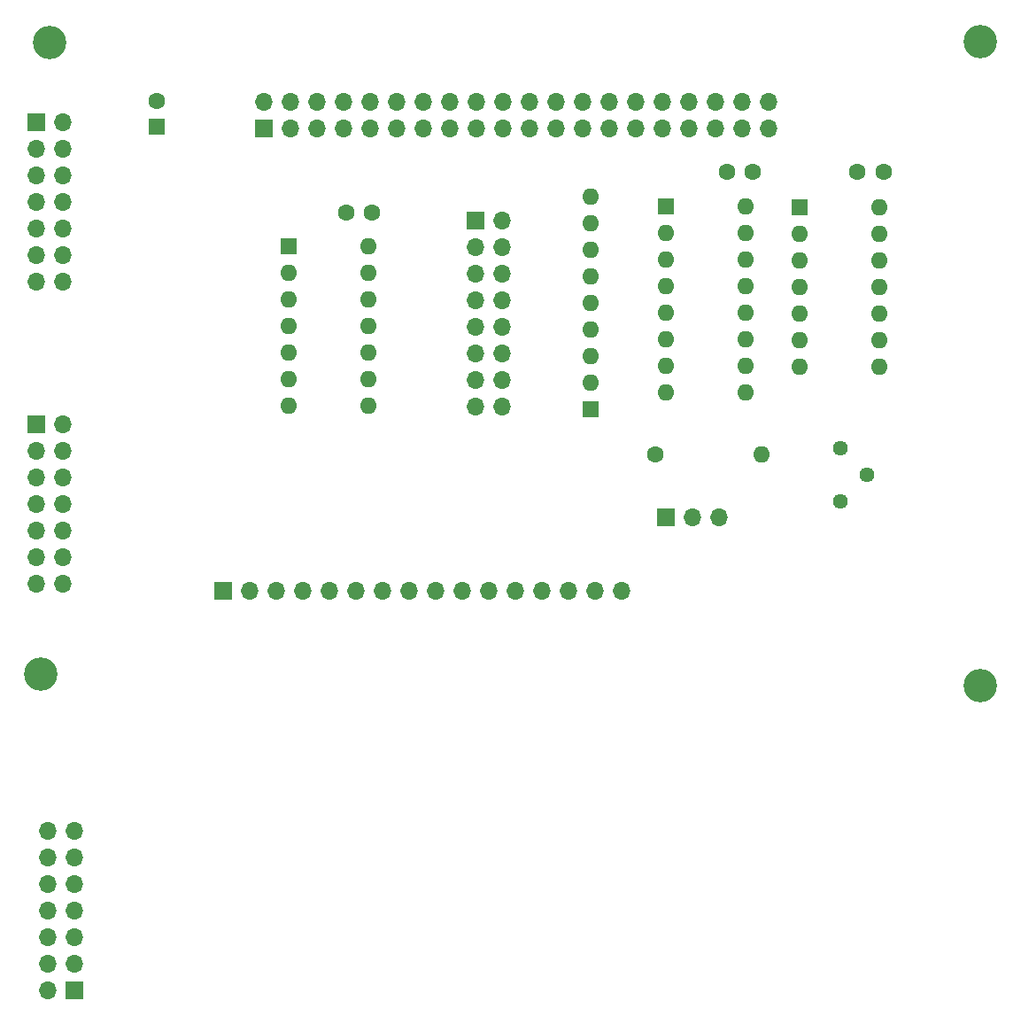
<source format=gts>
G04 #@! TF.GenerationSoftware,KiCad,Pcbnew,(7.0.0-0)*
G04 #@! TF.CreationDate,2023-03-24T09:46:00+09:00*
G04 #@! TF.ProjectId,KZ80-SC1602,4b5a3830-2d53-4433-9136-30322e6b6963,rev?*
G04 #@! TF.SameCoordinates,PX5f5e100PY8f0d180*
G04 #@! TF.FileFunction,Soldermask,Top*
G04 #@! TF.FilePolarity,Negative*
%FSLAX46Y46*%
G04 Gerber Fmt 4.6, Leading zero omitted, Abs format (unit mm)*
G04 Created by KiCad (PCBNEW (7.0.0-0)) date 2023-03-24 09:46:00*
%MOMM*%
%LPD*%
G01*
G04 APERTURE LIST*
%ADD10C,3.200000*%
%ADD11R,1.600000X1.600000*%
%ADD12O,1.600000X1.600000*%
%ADD13R,1.700000X1.700000*%
%ADD14O,1.700000X1.700000*%
%ADD15C,1.600000*%
%ADD16C,1.440000*%
G04 APERTURE END LIST*
D10*
X94480000Y33910000D03*
X4700000Y35050000D03*
X94490000Y95490000D03*
X5500000Y95420000D03*
D11*
X57249999Y60324999D03*
D12*
X57249999Y62864999D03*
X57249999Y65404999D03*
X57249999Y67944999D03*
X57249999Y70484999D03*
X57249999Y73024999D03*
X57249999Y75564999D03*
X57249999Y78104999D03*
X57249999Y80644999D03*
D13*
X64444999Y50024999D03*
D14*
X66984999Y50024999D03*
X69524999Y50024999D03*
D15*
X82750000Y83000000D03*
X85250000Y83000000D03*
D16*
X81100000Y51500000D03*
X83640000Y54040000D03*
X81100000Y56580000D03*
D15*
X63445000Y56025000D03*
D12*
X73604999Y56024999D03*
D15*
X70250000Y83000000D03*
X72750000Y83000000D03*
D11*
X15799999Y87299999D03*
D15*
X15800000Y89800000D03*
D13*
X4219999Y87779999D03*
D14*
X6759999Y87779999D03*
X4219999Y85239999D03*
X6759999Y85239999D03*
X4219999Y82699999D03*
X6759999Y82699999D03*
X4219999Y80159999D03*
X6759999Y80159999D03*
X4219999Y77619999D03*
X6759999Y77619999D03*
X4219999Y75079999D03*
X6759999Y75079999D03*
X4219999Y72539999D03*
X6759999Y72539999D03*
D11*
X28379999Y75899999D03*
D12*
X28379999Y73359999D03*
X28379999Y70819999D03*
X28379999Y68279999D03*
X28379999Y65739999D03*
X28379999Y63199999D03*
X28379999Y60659999D03*
X35999999Y60659999D03*
X35999999Y63199999D03*
X35999999Y65739999D03*
X35999999Y68279999D03*
X35999999Y70819999D03*
X35999999Y73359999D03*
X35999999Y75899999D03*
D13*
X46259999Y78339999D03*
D14*
X48799999Y78339999D03*
X46259999Y75799999D03*
X48799999Y75799999D03*
X46259999Y73259999D03*
X48799999Y73259999D03*
X46259999Y70719999D03*
X48799999Y70719999D03*
X46259999Y68179999D03*
X48799999Y68179999D03*
X46259999Y65639999D03*
X48799999Y65639999D03*
X46259999Y63099999D03*
X48799999Y63099999D03*
X46259999Y60559999D03*
X48799999Y60559999D03*
D11*
X64449999Y79699999D03*
D12*
X64449999Y77159999D03*
X64449999Y74619999D03*
X64449999Y72079999D03*
X64449999Y69539999D03*
X64449999Y66999999D03*
X64449999Y64459999D03*
X64449999Y61919999D03*
X72069999Y61919999D03*
X72069999Y64459999D03*
X72069999Y66999999D03*
X72069999Y69539999D03*
X72069999Y72079999D03*
X72069999Y74619999D03*
X72069999Y77159999D03*
X72069999Y79699999D03*
D13*
X22069999Y42969999D03*
D14*
X24609999Y42969999D03*
X27149999Y42969999D03*
X29689999Y42969999D03*
X32229999Y42969999D03*
X34769999Y42969999D03*
X37309999Y42969999D03*
X39849999Y42969999D03*
X42389999Y42969999D03*
X44929999Y42969999D03*
X47469999Y42969999D03*
X50009999Y42969999D03*
X52549999Y42969999D03*
X55089999Y42969999D03*
X57629999Y42969999D03*
X60169999Y42969999D03*
D13*
X26019999Y87159999D03*
D14*
X26019999Y89699999D03*
X28559999Y87159999D03*
X28559999Y89699999D03*
X31099999Y87159999D03*
X31099999Y89699999D03*
X33639999Y87159999D03*
X33639999Y89699999D03*
X36179999Y87159999D03*
X36179999Y89699999D03*
X38719999Y87159999D03*
X38719999Y89699999D03*
X41259999Y87159999D03*
X41259999Y89699999D03*
X43799999Y87159999D03*
X43799999Y89699999D03*
X46339999Y87159999D03*
X46339999Y89699999D03*
X48879999Y87159999D03*
X48879999Y89699999D03*
X51419999Y87159999D03*
X51419999Y89699999D03*
X53959999Y87159999D03*
X53959999Y89699999D03*
X56499999Y87159999D03*
X56499999Y89699999D03*
X59039999Y87159999D03*
X59039999Y89699999D03*
X61579999Y87159999D03*
X61579999Y89699999D03*
X64119999Y87159999D03*
X64119999Y89699999D03*
X66659999Y87159999D03*
X66659999Y89699999D03*
X69199999Y87159999D03*
X69199999Y89699999D03*
X71739999Y87159999D03*
X71739999Y89699999D03*
X74279999Y87159999D03*
X74279999Y89699999D03*
D13*
X4219999Y58909999D03*
D14*
X6759999Y58909999D03*
X4219999Y56369999D03*
X6759999Y56369999D03*
X4219999Y53829999D03*
X6759999Y53829999D03*
X4219999Y51289999D03*
X6759999Y51289999D03*
X4219999Y48749999D03*
X6759999Y48749999D03*
X4219999Y46209999D03*
X6759999Y46209999D03*
X4219999Y43669999D03*
X6759999Y43669999D03*
D15*
X33850000Y79100000D03*
X36350000Y79100000D03*
D11*
X77199999Y79624999D03*
D12*
X77199999Y77084999D03*
X77199999Y74544999D03*
X77199999Y72004999D03*
X77199999Y69464999D03*
X77199999Y66924999D03*
X77199999Y64384999D03*
X84819999Y64384999D03*
X84819999Y66924999D03*
X84819999Y69464999D03*
X84819999Y72004999D03*
X84819999Y74544999D03*
X84819999Y77084999D03*
X84819999Y79624999D03*
D13*
X7869999Y4749999D03*
D14*
X5329999Y4749999D03*
X7869999Y7289999D03*
X5329999Y7289999D03*
X7869999Y9829999D03*
X5329999Y9829999D03*
X7869999Y12369999D03*
X5329999Y12369999D03*
X7869999Y14909999D03*
X5329999Y14909999D03*
X7869999Y17449999D03*
X5329999Y17449999D03*
X7869999Y19989999D03*
X5329999Y19989999D03*
M02*

</source>
